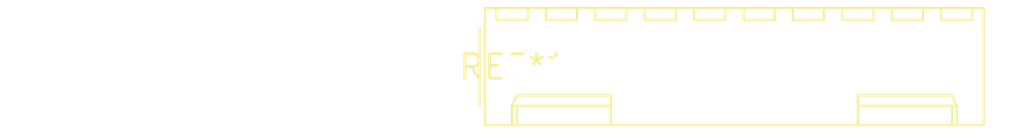
<source format=kicad_pcb>
(kicad_pcb (version 20240108) (generator pcbnew)
  (layers (0 "F.Cu" signal) (31 "B.Cu" signal) (34 "B.Paste" user) (35 "F.Paste" user) (36 "B.SilkS" user "B.Silkscreen") (37 "F.SilkS" user "F.Silkscreen") (38 "B.Mask" user) (39 "F.Mask" user) (44 "Edge.Cuts" user))
  (net 0 "")
  (footprint "Molex_KK-254_AE-6410-10A_1x10_P2.54mm_Vertical" (layer "F.Cu") (at 0 0)
    (property "Reference" "REF**")
    (property "Value" "Molex_KK-254_AE-6410-10A_1x10_P2.54mm_Vertical")
    (fp_line (start -1.67 -2) (end -1.67 2) (layer "F.SilkS") (stroke (width 0.12)))
    (fp_line (start -1.38 -3.03) (end -1.38 2.99) (layer "F.SilkS") (stroke (width 0.12)))
    (fp_line (start -1.38 2.99) (end 24.24 2.99) (layer "F.SilkS") (stroke (width 0.12)))
    (fp_line (start -0.8 -3.03) (end -0.8 -2.43) (layer "F.SilkS") (stroke (width 0.12)))
    (fp_line (start -0.8 -2.43) (end 0.8 -2.43) (layer "F.SilkS") (stroke (width 0.12)))
    (fp_line (start 0 1.99) (end 0.25 1.46) (layer "F.SilkS") (stroke (width 0.12)))
    (fp_line (start 0 1.99) (end 5.08 1.99) (layer "F.SilkS") (stroke (width 0.12)))
    (fp_line (start 0 2.99) (end 0 1.99) (layer "F.SilkS") (stroke (width 0.12)))
    (fp_line (start 0.25 1.46) (end 5.08 1.46) (layer "F.SilkS") (stroke (width 0.12)))
    (fp_line (start 0.25 2.99) (end 0.25 1.99) (layer "F.SilkS") (stroke (width 0.12)))
    (fp_line (start 0.8 -2.43) (end 0.8 -3.03) (layer "F.SilkS") (stroke (width 0.12)))
    (fp_line (start 1.74 -3.03) (end 1.74 -2.43) (layer "F.SilkS") (stroke (width 0.12)))
    (fp_line (start 1.74 -2.43) (end 3.34 -2.43) (layer "F.SilkS") (stroke (width 0.12)))
    (fp_line (start 3.34 -2.43) (end 3.34 -3.03) (layer "F.SilkS") (stroke (width 0.12)))
    (fp_line (start 4.28 -3.03) (end 4.28 -2.43) (layer "F.SilkS") (stroke (width 0.12)))
    (fp_line (start 4.28 -2.43) (end 5.88 -2.43) (layer "F.SilkS") (stroke (width 0.12)))
    (fp_line (start 5.08 1.46) (end 5.08 1.99) (layer "F.SilkS") (stroke (width 0.12)))
    (fp_line (start 5.08 1.99) (end 5.08 2.99) (layer "F.SilkS") (stroke (width 0.12)))
    (fp_line (start 5.88 -2.43) (end 5.88 -3.03) (layer "F.SilkS") (stroke (width 0.12)))
    (fp_line (start 6.82 -3.03) (end 6.82 -2.43) (layer "F.SilkS") (stroke (width 0.12)))
    (fp_line (start 6.82 -2.43) (end 8.42 -2.43) (layer "F.SilkS") (stroke (width 0.12)))
    (fp_line (start 8.42 -2.43) (end 8.42 -3.03) (layer "F.SilkS") (stroke (width 0.12)))
    (fp_line (start 9.36 -3.03) (end 9.36 -2.43) (layer "F.SilkS") (stroke (width 0.12)))
    (fp_line (start 9.36 -2.43) (end 10.96 -2.43) (layer "F.SilkS") (stroke (width 0.12)))
    (fp_line (start 10.96 -2.43) (end 10.96 -3.03) (layer "F.SilkS") (stroke (width 0.12)))
    (fp_line (start 11.9 -3.03) (end 11.9 -2.43) (layer "F.SilkS") (stroke (width 0.12)))
    (fp_line (start 11.9 -2.43) (end 13.5 -2.43) (layer "F.SilkS") (stroke (width 0.12)))
    (fp_line (start 13.5 -2.43) (end 13.5 -3.03) (layer "F.SilkS") (stroke (width 0.12)))
    (fp_line (start 14.44 -3.03) (end 14.44 -2.43) (layer "F.SilkS") (stroke (width 0.12)))
    (fp_line (start 14.44 -2.43) (end 16.04 -2.43) (layer "F.SilkS") (stroke (width 0.12)))
    (fp_line (start 16.04 -2.43) (end 16.04 -3.03) (layer "F.SilkS") (stroke (width 0.12)))
    (fp_line (start 16.98 -3.03) (end 16.98 -2.43) (layer "F.SilkS") (stroke (width 0.12)))
    (fp_line (start 16.98 -2.43) (end 18.58 -2.43) (layer "F.SilkS") (stroke (width 0.12)))
    (fp_line (start 17.78 1.46) (end 17.78 1.99) (layer "F.SilkS") (stroke (width 0.12)))
    (fp_line (start 17.78 1.99) (end 17.78 2.99) (layer "F.SilkS") (stroke (width 0.12)))
    (fp_line (start 18.58 -2.43) (end 18.58 -3.03) (layer "F.SilkS") (stroke (width 0.12)))
    (fp_line (start 19.52 -3.03) (end 19.52 -2.43) (layer "F.SilkS") (stroke (width 0.12)))
    (fp_line (start 19.52 -2.43) (end 21.12 -2.43) (layer "F.SilkS") (stroke (width 0.12)))
    (fp_line (start 21.12 -2.43) (end 21.12 -3.03) (layer "F.SilkS") (stroke (width 0.12)))
    (fp_line (start 22.06 -3.03) (end 22.06 -2.43) (layer "F.SilkS") (stroke (width 0.12)))
    (fp_line (start 22.06 -2.43) (end 23.66 -2.43) (layer "F.SilkS") (stroke (width 0.12)))
    (fp_line (start 22.61 1.46) (end 17.78 1.46) (layer "F.SilkS") (stroke (width 0.12)))
    (fp_line (start 22.61 2.99) (end 22.61 1.99) (layer "F.SilkS") (stroke (width 0.12)))
    (fp_line (start 22.86 1.99) (end 17.78 1.99) (layer "F.SilkS") (stroke (width 0.12)))
    (fp_line (start 22.86 1.99) (end 22.61 1.46) (layer "F.SilkS") (stroke (width 0.12)))
    (fp_line (start 22.86 2.99) (end 22.86 1.99) (layer "F.SilkS") (stroke (width 0.12)))
    (fp_line (start 23.66 -2.43) (end 23.66 -3.03) (layer "F.SilkS") (stroke (width 0.12)))
    (fp_line (start 24.24 -3.03) (end -1.38 -3.03) (layer "F.SilkS") (stroke (width 0.12)))
    (fp_line (start 24.24 2.99) (end 24.24 -3.03) (layer "F.SilkS") (stroke (width 0.12)))
    (pad "1" thru_hole roundrect (at 0 0) (size 1.74 2.19) (drill 1.19) (layers *.Cu *.Mask) (remove_unused_layers) (roundrect_rratio 0.143678))
    (pad "2" thru_hole oval (at 2.54 0) (size 1.74 2.19) (drill 1.19) (layers *.Cu *.Mask) (remove_unused_layers))
    (pad "3" thru_hole oval (at 5.08 0) (size 1.74 2.19) (drill 1.19) (layers *.Cu *.Mask) (remove_unused_layers))
    (pad "4" thru_hole oval (at 7.62 0) (size 1.74 2.19) (drill 1.19) (layers *.Cu *.Mask) (remove_unused_layers))
    (pad "5" thru_hole oval (at 10.16 0) (size 1.74 2.19) (drill 1.19) (layers *.Cu *.Mask) (remove_unused_layers))
    (pad "6" thru_hole oval (at 12.7 0) (size 1.74 2.19) (drill 1.19) (layers *.Cu *.Mask) (remove_unused_layers))
    (pad "7" thru_hole oval (at 15.24 0) (size 1.74 2.19) (drill 1.19) (layers *.Cu *.Mask) (remove_unused_layers))
    (pad "8" thru_hole oval (at 17.78 0) (size 1.74 2.19) (drill 1.19) (layers *.Cu *.Mask) (remove_unused_layers))
    (pad "9" thru_hole oval (at 20.32 0) (size 1.74 2.19) (drill 1.19) (layers *.Cu *.Mask) (remove_unused_layers))
    (pad "10" thru_hole oval (at 22.86 0) (size 1.74 2.19) (drill 1.19) (layers *.Cu *.Mask) (remove_unused_layers))
  )
)
</source>
